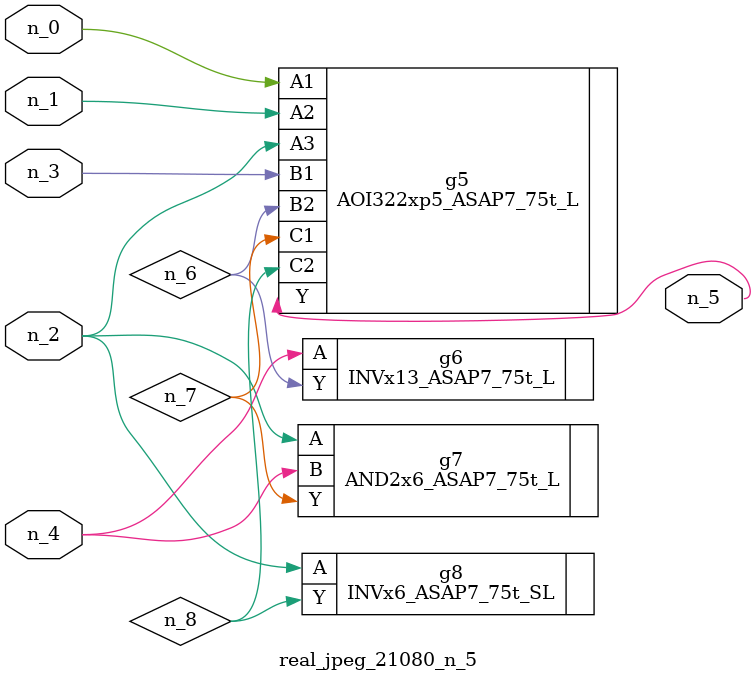
<source format=v>
module real_jpeg_21080_n_5 (n_4, n_0, n_1, n_2, n_3, n_5);

input n_4;
input n_0;
input n_1;
input n_2;
input n_3;

output n_5;

wire n_8;
wire n_6;
wire n_7;

AOI322xp5_ASAP7_75t_L g5 ( 
.A1(n_0),
.A2(n_1),
.A3(n_2),
.B1(n_3),
.B2(n_6),
.C1(n_7),
.C2(n_8),
.Y(n_5)
);

AND2x6_ASAP7_75t_L g7 ( 
.A(n_2),
.B(n_4),
.Y(n_7)
);

INVx6_ASAP7_75t_SL g8 ( 
.A(n_2),
.Y(n_8)
);

INVx13_ASAP7_75t_L g6 ( 
.A(n_4),
.Y(n_6)
);


endmodule
</source>
